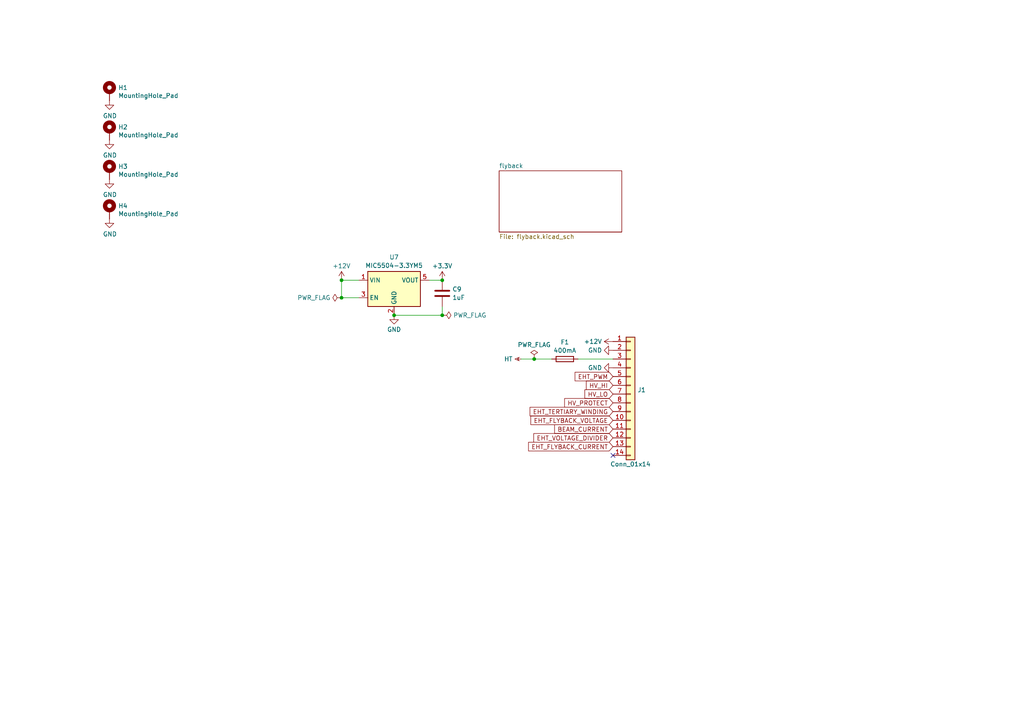
<source format=kicad_sch>
(kicad_sch (version 20230121) (generator eeschema)
  (paper "A4")
  (lib_symbols
    (symbol "Connector_Generic:Conn_01x14" (pin_names (offset 1.016) hide)
      (property "Reference" "J" (at 0 17.78 0))
      (property "Value" "Conn_01x14" (at 0 -20.32 0))
      (symbol "Conn_01x14_1_1"
        (rectangle (start -1.27 -17.653) (end 0 -17.907) (stroke (width 0.1524)))
        (rectangle (start -1.27 -15.113) (end 0 -15.367) (stroke (width 0.1524)))
        (rectangle (start -1.27 -12.573) (end 0 -12.827) (stroke (width 0.1524)))
        (rectangle (start -1.27 -10.033) (end 0 -10.287) (stroke (width 0.1524)))
        (rectangle (start -1.27 -7.493) (end 0 -7.747) (stroke (width 0.1524)))
        (rectangle (start -1.27 -4.953) (end 0 -5.207) (stroke (width 0.1524)))
        (rectangle (start -1.27 -2.413) (end 0 -2.667) (stroke (width 0.1524)))
        (rectangle (start -1.27 0.127) (end 0 -0.127) (stroke (width 0.1524)))
        (rectangle (start -1.27 2.667) (end 0 2.413) (stroke (width 0.1524)))
        (rectangle (start -1.27 5.207) (end 0 4.953) (stroke (width 0.1524)))
        (rectangle (start -1.27 7.747) (end 0 7.493) (stroke (width 0.1524)))
        (rectangle (start -1.27 10.287) (end 0 10.033) (stroke (width 0.1524)))
        (rectangle (start -1.27 12.827) (end 0 12.573) (stroke (width 0.1524)))
        (rectangle (start -1.27 15.367) (end 0 15.113) (stroke (width 0.1524)))
        (rectangle (start -1.27 16.51) (end 1.27 -19.05) (stroke (width 0.254)) (fill (type background)))
        (pin passive line (at -5.08 15.24 0) (length 3.81) (name "Pin_1") (number "1"))
        (pin passive line (at -5.08 -7.62 0) (length 3.81) (name "Pin_10") (number "10"))
        (pin passive line (at -5.08 -10.16 0) (length 3.81) (name "Pin_11") (number "11"))
        (pin passive line (at -5.08 -12.7 0) (length 3.81) (name "Pin_12") (number "12"))
        (pin passive line (at -5.08 -15.24 0) (length 3.81) (name "Pin_13") (number "13"))
        (pin passive line (at -5.08 -17.78 0) (length 3.81) (name "Pin_14") (number "14"))
        (pin passive line (at -5.08 12.7 0) (length 3.81) (name "Pin_2") (number "2"))
        (pin passive line (at -5.08 10.16 0) (length 3.81) (name "Pin_3") (number "3"))
        (pin passive line (at -5.08 7.62 0) (length 3.81) (name "Pin_4") (number "4"))
        (pin passive line (at -5.08 5.08 0) (length 3.81) (name "Pin_5") (number "5"))
        (pin passive line (at -5.08 2.54 0) (length 3.81) (name "Pin_6") (number "6"))
        (pin passive line (at -5.08 0 0) (length 3.81) (name "Pin_7") (number "7"))
        (pin passive line (at -5.08 -2.54 0) (length 3.81) (name "Pin_8") (number "8"))
        (pin passive line (at -5.08 -5.08 0) (length 3.81) (name "Pin_9") (number "9"))
      )
    )
    (symbol "Device:C" (pin_numbers hide) (pin_names (offset 0.254))
      (property "Reference" "C" (at 0.635 2.54 0))
      (property "Value" "C" (at 0.635 -2.54 0))
      (symbol "C_0_1"
        (polyline (pts (xy -2.032 -0.762) (xy 2.032 -0.762)) (stroke (width 0.508)))
        (polyline (pts (xy -2.032 0.762) (xy 2.032 0.762)) (stroke (width 0.508)))
      )
      (symbol "C_1_1"
        (pin passive line (at 0 3.81 270) (length 2.794) (name "~") (number "1"))
        (pin passive line (at 0 -3.81 90) (length 2.794) (name "~") (number "2"))
      )
    )
    (symbol "Device:Fuse" (pin_numbers hide) (pin_names (offset 0))
      (property "Reference" "F" (at 2.032 0 90))
      (property "Value" "Fuse" (at -1.905 0 90))
      (symbol "Fuse_0_1"
        (rectangle (start -0.762 -2.54) (end 0.762 2.54) (stroke (width 0.254)))
        (polyline (pts (xy 0 2.54) (xy 0 -2.54)))
      )
      (symbol "Fuse_1_1"
        (pin passive line (at 0 3.81 270) (length 1.27) (name "~") (number "1"))
        (pin passive line (at 0 -3.81 90) (length 1.27) (name "~") (number "2"))
      )
    )
    (symbol "Mechanical:MountingHole_Pad" (pin_numbers hide) (pin_names (offset 1.016) hide)
      (property "Reference" "H" (at 0 6.35 0))
      (property "Value" "MountingHole_Pad" (at 0 4.445 0))
      (symbol "MountingHole_Pad_0_1"
        (circle (center 0 1.27) (radius 1.27) (stroke (width 1.27)))
      )
      (symbol "MountingHole_Pad_1_1"
        (pin input line (at 0 -2.54 90) (length 2.54) (name "1") (number "1"))
      )
    )
    (symbol "Regulator_Linear:MIC5504-3.3YM5"
      (property "Reference" "U" (at -7.62 8.89 0))
      (property "Value" "MIC5504-3.3YM5" (at -7.62 6.35 0))
      (symbol "MIC5504-3.3YM5_0_1"
        (rectangle (start -7.62 -5.08) (end 7.62 5.08) (stroke (width 0.254)) (fill (type background)))
      )
      (symbol "MIC5504-3.3YM5_1_1"
        (pin power_in line (at -10.16 2.54 0) (length 2.54) (name "VIN") (number "1"))
        (pin power_in line (at 0 -7.62 90) (length 2.54) (name "GND") (number "2"))
        (pin input line (at -10.16 -2.54 0) (length 2.54) (name "EN") (number "3"))
        (pin no_connect line (at 7.62 -2.54 180) (length 2.54) hide (name "NC") (number "4"))
        (pin power_out line (at 10.16 2.54 180) (length 2.54) (name "VOUT") (number "5"))
      )
    )
    (symbol "power:+12V" (power) (pin_names (offset 0))
      (property "Value" "+12V" (at 0 3.556 0))
      (symbol "+12V_0_1"
        (polyline (pts (xy -0.762 1.27) (xy 0 2.54)))
        (polyline (pts (xy 0 0) (xy 0 2.54)))
        (polyline (pts (xy 0 2.54) (xy 0.762 1.27)))
      )
      (symbol "+12V_1_1"
        (pin power_in line (at 0 0 90) (length 0) hide (name "+12V") (number "1"))
      )
    )
    (symbol "power:+3.3V" (power) (pin_names (offset 0))
      (property "Value" "+3.3V" (at 0 3.556 0))
      (symbol "+3.3V_0_1"
        (polyline (pts (xy -0.762 1.27) (xy 0 2.54)))
        (polyline (pts (xy 0 0) (xy 0 2.54)))
        (polyline (pts (xy 0 2.54) (xy 0.762 1.27)))
      )
      (symbol "+3.3V_1_1"
        (pin power_in line (at 0 0 90) (length 0) hide (name "+3.3V") (number "1"))
      )
    )
    (symbol "power:GND" (power) (pin_names (offset 0))
      (property "Value" "GND" (at 0 -3.81 0))
      (symbol "GND_0_1"
        (polyline (pts (xy 0 0) (xy 0 -1.27) (xy 1.27 -1.27) (xy 0 -2.54) (xy -1.27 -1.27) (xy 0 -1.27)))
      )
      (symbol "GND_1_1"
        (pin power_in line (at 0 0 270) (length 0) hide (name "GND") (number "1"))
      )
    )
    (symbol "power:HT" (power) (pin_names (offset 0))
      (property "Value" "HT" (at 0 2.286 0))
      (symbol "HT_0_0"
        (pin power_in line (at 0 0 90) (length 0) hide (name "HT") (number "1"))
      )
      (symbol "HT_0_1"
        (polyline (pts (xy 0 0) (xy 0 1.016) (xy 0 1.016)))
        (polyline (pts (xy 0 1.016) (xy 0.508 0.508) (xy 0 1.778) (xy -0.508 0.508) (xy 0 1.016) (xy 0 1.016)))
      )
    )
    (symbol "power:PWR_FLAG" (power) (pin_numbers hide) (pin_names (offset 0) hide)
      (property "Value" "PWR_FLAG" (at 0 3.81 0))
      (symbol "PWR_FLAG_0_0"
        (pin power_out line (at 0 0 90) (length 0) (name "pwr") (number "1"))
      )
      (symbol "PWR_FLAG_0_1"
        (polyline (pts (xy 0 0) (xy 0 1.27) (xy -1.016 1.905) (xy 0 2.54) (xy 1.016 1.905) (xy 0 1.27)))
      )
    )
  )
  (junction (at 114.3 91.44))
  (junction (at 154.94 104.14))
  (junction (at 128.27 81.28))
  (junction (at 99.06 86.36))
  (junction (at 99.06 81.28))
  (junction (at 128.27 91.44))
  (no_connect (at 177.8 132.08))
  (wire (pts (xy 99.06 81.28) (xy 104.14 81.28)))
  (wire (pts (xy 151.13 104.14) (xy 154.94 104.14)))
  (wire (pts (xy 114.3 91.44) (xy 128.27 91.44)))
  (wire (pts (xy 124.46 81.28) (xy 128.27 81.28)))
  (wire (pts (xy 99.06 86.36) (xy 99.06 81.28)))
  (wire (pts (xy 154.94 104.14) (xy 160.02 104.14)))
  (wire (pts (xy 128.27 91.44) (xy 128.27 88.9)))
  (wire (pts (xy 104.14 86.36) (xy 99.06 86.36)))
  (wire (pts (xy 167.64 104.14) (xy 177.8 104.14)))
  (global_label "HV_LO" (shape input) (at 177.8 114.3 180) (property "Intersheetrefs" "${INTERSHEET_REFS}" (effects hide)))
  (global_label "EHT_VOLTAGE_DIVIDER" (shape input) (at 177.8 127 180) (property "Intersheetrefs" "${INTERSHEET_REFS}" (effects hide)))
  (global_label "EHT_PWM" (shape input) (at 177.8 109.22 180) (property "Intersheetrefs" "${INTERSHEET_REFS}" (effects hide)))
  (global_label "EHT_FLYBACK_CURRENT" (shape input) (at 177.8 129.54 180) (property "Intersheetrefs" "${INTERSHEET_REFS}" (effects hide)))
  (global_label "EHT_FLYBACK_VOLTAGE" (shape input) (at 177.8 121.92 180) (property "Intersheetrefs" "${INTERSHEET_REFS}" (effects hide)))
  (global_label "EHT_TERTIARY_WINDING" (shape input) (at 177.8 119.38 180) (property "Intersheetrefs" "${INTERSHEET_REFS}" (effects hide)))
  (global_label "HV_HI" (shape input) (at 177.8 111.76 180) (property "Intersheetrefs" "${INTERSHEET_REFS}" (effects hide)))
  (global_label "HV_PROTECT" (shape input) (at 177.8 116.84 180) (property "Intersheetrefs" "${INTERSHEET_REFS}" (effects hide)))
  (global_label "BEAM_CURRENT" (shape input) (at 177.8 124.46 180) (property "Intersheetrefs" "${INTERSHEET_REFS}" (effects hide)))
  (symbol (lib_id "Mechanical:MountingHole_Pad") (at 31.75 26.67 0) (unit 1)
    (property "Reference" "H1" (at 34.29 25.4254 0) (effects (justify left)))
    (property "Value" "MountingHole_Pad" (at 34.29 27.7368 0) (effects (justify left)))
    (property "Footprint" "MountingHole:MountingHole_3.2mm_M3_Pad_Via" (effects hide))
    (property "Digikey" "DNP" (effects hide))
  )
  (symbol (lib_id "power:GND") (at 31.75 29.21 0) (unit 1)
    (property "Reference" "#PWR0124" (effects hide))
    (property "Value" "GND" (at 31.877 33.6042 0))
  )
  (symbol (lib_id "Mechanical:MountingHole_Pad") (at 31.75 38.1 0) (unit 1)
    (property "Reference" "H2" (at 34.29 36.8554 0) (effects (justify left)))
    (property "Value" "MountingHole_Pad" (at 34.29 39.1668 0) (effects (justify left)))
    (property "Footprint" "MountingHole:MountingHole_3.2mm_M3_Pad_Via" (effects hide))
    (property "Digikey" "DNP" (effects hide))
  )
  (symbol (lib_id "power:GND") (at 31.75 40.64 0) (unit 1)
    (property "Reference" "#PWR0125" (effects hide))
    (property "Value" "GND" (at 31.877 45.0342 0))
  )
  (symbol (lib_id "Mechanical:MountingHole_Pad") (at 31.75 49.53 0) (unit 1)
    (property "Reference" "H3" (at 34.29 48.2854 0) (effects (justify left)))
    (property "Value" "MountingHole_Pad" (at 34.29 50.5968 0) (effects (justify left)))
    (property "Footprint" "MountingHole:MountingHole_3.2mm_M3_Pad_Via" (effects hide))
    (property "Digikey" "DNP" (effects hide))
  )
  (symbol (lib_id "power:GND") (at 31.75 52.07 0) (unit 1)
    (property "Reference" "#PWR0126" (effects hide))
    (property "Value" "GND" (at 31.877 56.4642 0))
  )
  (symbol (lib_id "Mechanical:MountingHole_Pad") (at 31.75 60.96 0) (unit 1)
    (property "Reference" "H4" (at 34.29 59.7154 0) (effects (justify left)))
    (property "Value" "MountingHole_Pad" (at 34.29 62.0268 0) (effects (justify left)))
    (property "Footprint" "MountingHole:MountingHole_3.2mm_M3_Pad_Via" (effects hide))
    (property "Digikey" "DNP" (effects hide))
  )
  (symbol (lib_id "power:GND") (at 31.75 63.5 0) (unit 1)
    (property "Reference" "#PWR0127" (effects hide))
    (property "Value" "GND" (at 31.877 67.8942 0))
  )
  (symbol (lib_id "power:GND") (at 177.8 101.6 270) (unit 1)
    (property "Reference" "#PWR029" (effects hide))
    (property "Value" "GND" (at 174.6251 101.6 90) (effects (justify right)))
  )
  (symbol (lib_id "power:+12V") (at 177.8 99.06 90) (unit 1)
    (property "Reference" "#PWR028" (effects hide))
    (property "Value" "+12V" (at 174.625 99.06 90) (effects (justify left)))
  )
  (symbol (lib_id "power:+12V") (at 99.06 81.28 0) (unit 1)
    (property "Reference" "#PWR033" (effects hide))
    (property "Value" "+12V" (at 99.06 77.1469 0))
  )
  (symbol (lib_id "Device:Fuse") (at 163.83 104.14 90) (unit 1)
    (property "Reference" "F1" (at 163.83 99.2337 90))
    (property "Value" "400mA" (at 163.83 101.6579 90))
    (property "Footprint" "Fuse:Fuse_Schurter_UMZ250" (effects hide))
    (property "Digikey" "486-4326-ND" (effects hide))
  )
  (symbol (lib_id "power:PWR_FLAG") (at 128.27 91.44 270) (unit 1)
    (property "Reference" "#FLG01" (effects hide))
    (property "Value" "PWR_FLAG" (at 131.445 91.44 90) (effects (justify left)))
  )
  (symbol (lib_id "Connector_Generic:Conn_01x14") (at 182.88 114.3 0) (unit 1)
    (property "Reference" "J1" (at 184.912 113.0879 0) (effects (justify left)))
    (property "Value" "Conn_01x14" (at 182.88 134.62 0))
    (property "Footprint" "Connector_JST:JST_XH_B14B-XH-A_1x14_P2.50mm_Vertical" (effects hide))
    (property "Digikey" "455-B14B-XH-A-ND" (effects hide))
  )
  (symbol (lib_id "power:PWR_FLAG") (at 99.06 86.36 90) (unit 1)
    (property "Reference" "#FLG02" (effects hide))
    (property "Value" "PWR_FLAG" (at 95.8851 86.36 90) (effects (justify left)))
  )
  (symbol (lib_id "Device:C") (at 128.27 85.09 0) (unit 1)
    (property "Reference" "C9" (at 131.191 83.8779 0) (effects (justify left)))
    (property "Value" "1uF" (at 131.191 86.3021 0) (effects (justify left)))
    (property "Footprint" "Capacitor_SMD:C_0805_2012Metric" (effects hide))
    (property "Digikey" "311-1365-1-ND" (effects hide))
  )
  (symbol (lib_id "power:PWR_FLAG") (at 154.94 104.14 0) (unit 1)
    (property "Reference" "#FLG03" (effects hide))
    (property "Value" "PWR_FLAG" (at 154.94 100.0069 0))
  )
  (symbol (lib_id "power:HT") (at 151.13 104.14 90) (unit 1)
    (property "Reference" "#PWR030" (effects hide))
    (property "Value" "HT" (at 148.7171 104.14 90) (effects (justify left)))
  )
  (symbol (lib_id "power:GND") (at 177.8 106.68 270) (unit 1)
    (property "Reference" "#PWR031" (effects hide))
    (property "Value" "GND" (at 174.6251 106.68 90) (effects (justify right)))
  )
  (symbol (lib_id "power:GND") (at 114.3 91.44 0) (unit 1)
    (property "Reference" "#PWR032" (effects hide))
    (property "Value" "GND" (at 114.3 95.5731 0))
  )
  (symbol (lib_id "power:+3.3V") (at 128.27 81.28 0) (unit 1)
    (property "Reference" "#PWR034" (effects hide))
    (property "Value" "+3.3V" (at 128.27 77.1469 0))
  )
  (symbol (lib_id "Regulator_Linear:MIC5504-3.3YM5") (at 114.3 83.82 0) (unit 1)
    (property "Reference" "U7" (at 114.3 74.5957 0))
    (property "Value" "MIC5504-3.3YM5" (at 114.3 77.0199 0))
    (property "Footprint" "Package_TO_SOT_SMD:SOT-23-5" (effects hide))
    (property "Datasheet" "http://ww1.microchip.com/downloads/en/DeviceDoc/MIC550X.pdf" (effects hide))
  )
  (sheet (at 144.78 49.53) (size 35.56 17.78) (stroke (width 0.1524))
    (property "Sheetname" "flyback" (at 144.78 48.8184 0) (effects (justify left bottom)))
    (property "Sheetfile" "flyback.kicad_sch" (at 144.78 67.8946 0) (effects (justify left top)))
  )
)
</source>
